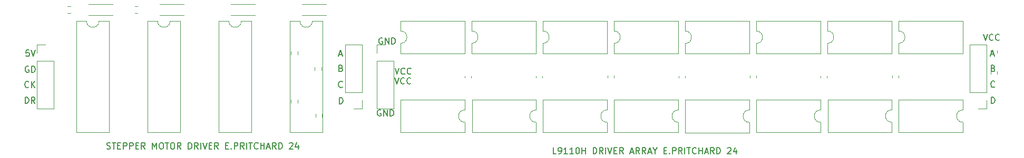
<source format=gbr>
%TF.GenerationSoftware,KiCad,Pcbnew,7.0.5*%
%TF.CreationDate,2024-09-18T03:37:09-04:00*%
%TF.ProjectId,stepper_motor_controller,73746570-7065-4725-9f6d-6f746f725f63,rev?*%
%TF.SameCoordinates,Original*%
%TF.FileFunction,Legend,Top*%
%TF.FilePolarity,Positive*%
%FSLAX46Y46*%
G04 Gerber Fmt 4.6, Leading zero omitted, Abs format (unit mm)*
G04 Created by KiCad (PCBNEW 7.0.5) date 2024-09-18 03:37:09*
%MOMM*%
%LPD*%
G01*
G04 APERTURE LIST*
%ADD10C,0.150000*%
%ADD11C,0.120000*%
G04 APERTURE END LIST*
D10*
X86613922Y-30659819D02*
X86947255Y-31659819D01*
X86947255Y-31659819D02*
X87280588Y-30659819D01*
X88185350Y-31564580D02*
X88137731Y-31612200D01*
X88137731Y-31612200D02*
X87994874Y-31659819D01*
X87994874Y-31659819D02*
X87899636Y-31659819D01*
X87899636Y-31659819D02*
X87756779Y-31612200D01*
X87756779Y-31612200D02*
X87661541Y-31516961D01*
X87661541Y-31516961D02*
X87613922Y-31421723D01*
X87613922Y-31421723D02*
X87566303Y-31231247D01*
X87566303Y-31231247D02*
X87566303Y-31088390D01*
X87566303Y-31088390D02*
X87613922Y-30897914D01*
X87613922Y-30897914D02*
X87661541Y-30802676D01*
X87661541Y-30802676D02*
X87756779Y-30707438D01*
X87756779Y-30707438D02*
X87899636Y-30659819D01*
X87899636Y-30659819D02*
X87994874Y-30659819D01*
X87994874Y-30659819D02*
X88137731Y-30707438D01*
X88137731Y-30707438D02*
X88185350Y-30755057D01*
X89185350Y-31564580D02*
X89137731Y-31612200D01*
X89137731Y-31612200D02*
X88994874Y-31659819D01*
X88994874Y-31659819D02*
X88899636Y-31659819D01*
X88899636Y-31659819D02*
X88756779Y-31612200D01*
X88756779Y-31612200D02*
X88661541Y-31516961D01*
X88661541Y-31516961D02*
X88613922Y-31421723D01*
X88613922Y-31421723D02*
X88566303Y-31231247D01*
X88566303Y-31231247D02*
X88566303Y-31088390D01*
X88566303Y-31088390D02*
X88613922Y-30897914D01*
X88613922Y-30897914D02*
X88661541Y-30802676D01*
X88661541Y-30802676D02*
X88756779Y-30707438D01*
X88756779Y-30707438D02*
X88899636Y-30659819D01*
X88899636Y-30659819D02*
X88994874Y-30659819D01*
X88994874Y-30659819D02*
X89137731Y-30707438D01*
X89137731Y-30707438D02*
X89185350Y-30755057D01*
X84371415Y-35871484D02*
X84276177Y-35823865D01*
X84276177Y-35823865D02*
X84133320Y-35823865D01*
X84133320Y-35823865D02*
X83990463Y-35871484D01*
X83990463Y-35871484D02*
X83895225Y-35966722D01*
X83895225Y-35966722D02*
X83847606Y-36061960D01*
X83847606Y-36061960D02*
X83799987Y-36252436D01*
X83799987Y-36252436D02*
X83799987Y-36395293D01*
X83799987Y-36395293D02*
X83847606Y-36585769D01*
X83847606Y-36585769D02*
X83895225Y-36681007D01*
X83895225Y-36681007D02*
X83990463Y-36776246D01*
X83990463Y-36776246D02*
X84133320Y-36823865D01*
X84133320Y-36823865D02*
X84228558Y-36823865D01*
X84228558Y-36823865D02*
X84371415Y-36776246D01*
X84371415Y-36776246D02*
X84419034Y-36728626D01*
X84419034Y-36728626D02*
X84419034Y-36395293D01*
X84419034Y-36395293D02*
X84228558Y-36395293D01*
X84847606Y-36823865D02*
X84847606Y-35823865D01*
X84847606Y-35823865D02*
X85419034Y-36823865D01*
X85419034Y-36823865D02*
X85419034Y-35823865D01*
X85895225Y-36823865D02*
X85895225Y-35823865D01*
X85895225Y-35823865D02*
X86133320Y-35823865D01*
X86133320Y-35823865D02*
X86276177Y-35871484D01*
X86276177Y-35871484D02*
X86371415Y-35966722D01*
X86371415Y-35966722D02*
X86419034Y-36061960D01*
X86419034Y-36061960D02*
X86466653Y-36252436D01*
X86466653Y-36252436D02*
X86466653Y-36395293D01*
X86466653Y-36395293D02*
X86419034Y-36585769D01*
X86419034Y-36585769D02*
X86371415Y-36681007D01*
X86371415Y-36681007D02*
X86276177Y-36776246D01*
X86276177Y-36776246D02*
X86133320Y-36823865D01*
X86133320Y-36823865D02*
X85895225Y-36823865D01*
X84620588Y-24267438D02*
X84525350Y-24219819D01*
X84525350Y-24219819D02*
X84382493Y-24219819D01*
X84382493Y-24219819D02*
X84239636Y-24267438D01*
X84239636Y-24267438D02*
X84144398Y-24362676D01*
X84144398Y-24362676D02*
X84096779Y-24457914D01*
X84096779Y-24457914D02*
X84049160Y-24648390D01*
X84049160Y-24648390D02*
X84049160Y-24791247D01*
X84049160Y-24791247D02*
X84096779Y-24981723D01*
X84096779Y-24981723D02*
X84144398Y-25076961D01*
X84144398Y-25076961D02*
X84239636Y-25172200D01*
X84239636Y-25172200D02*
X84382493Y-25219819D01*
X84382493Y-25219819D02*
X84477731Y-25219819D01*
X84477731Y-25219819D02*
X84620588Y-25172200D01*
X84620588Y-25172200D02*
X84668207Y-25124580D01*
X84668207Y-25124580D02*
X84668207Y-24791247D01*
X84668207Y-24791247D02*
X84477731Y-24791247D01*
X85096779Y-25219819D02*
X85096779Y-24219819D01*
X85096779Y-24219819D02*
X85668207Y-25219819D01*
X85668207Y-25219819D02*
X85668207Y-24219819D01*
X86144398Y-25219819D02*
X86144398Y-24219819D01*
X86144398Y-24219819D02*
X86382493Y-24219819D01*
X86382493Y-24219819D02*
X86525350Y-24267438D01*
X86525350Y-24267438D02*
X86620588Y-24362676D01*
X86620588Y-24362676D02*
X86668207Y-24457914D01*
X86668207Y-24457914D02*
X86715826Y-24648390D01*
X86715826Y-24648390D02*
X86715826Y-24791247D01*
X86715826Y-24791247D02*
X86668207Y-24981723D01*
X86668207Y-24981723D02*
X86620588Y-25076961D01*
X86620588Y-25076961D02*
X86525350Y-25172200D01*
X86525350Y-25172200D02*
X86382493Y-25219819D01*
X86382493Y-25219819D02*
X86144398Y-25219819D01*
X86665641Y-29098063D02*
X86998974Y-30098063D01*
X86998974Y-30098063D02*
X87332307Y-29098063D01*
X88237069Y-30002824D02*
X88189450Y-30050444D01*
X88189450Y-30050444D02*
X88046593Y-30098063D01*
X88046593Y-30098063D02*
X87951355Y-30098063D01*
X87951355Y-30098063D02*
X87808498Y-30050444D01*
X87808498Y-30050444D02*
X87713260Y-29955205D01*
X87713260Y-29955205D02*
X87665641Y-29859967D01*
X87665641Y-29859967D02*
X87618022Y-29669491D01*
X87618022Y-29669491D02*
X87618022Y-29526634D01*
X87618022Y-29526634D02*
X87665641Y-29336158D01*
X87665641Y-29336158D02*
X87713260Y-29240920D01*
X87713260Y-29240920D02*
X87808498Y-29145682D01*
X87808498Y-29145682D02*
X87951355Y-29098063D01*
X87951355Y-29098063D02*
X88046593Y-29098063D01*
X88046593Y-29098063D02*
X88189450Y-29145682D01*
X88189450Y-29145682D02*
X88237069Y-29193301D01*
X89237069Y-30002824D02*
X89189450Y-30050444D01*
X89189450Y-30050444D02*
X89046593Y-30098063D01*
X89046593Y-30098063D02*
X88951355Y-30098063D01*
X88951355Y-30098063D02*
X88808498Y-30050444D01*
X88808498Y-30050444D02*
X88713260Y-29955205D01*
X88713260Y-29955205D02*
X88665641Y-29859967D01*
X88665641Y-29859967D02*
X88618022Y-29669491D01*
X88618022Y-29669491D02*
X88618022Y-29526634D01*
X88618022Y-29526634D02*
X88665641Y-29336158D01*
X88665641Y-29336158D02*
X88713260Y-29240920D01*
X88713260Y-29240920D02*
X88808498Y-29145682D01*
X88808498Y-29145682D02*
X88951355Y-29098063D01*
X88951355Y-29098063D02*
X89046593Y-29098063D01*
X89046593Y-29098063D02*
X89189450Y-29145682D01*
X89189450Y-29145682D02*
X89237069Y-29193301D01*
X27257325Y-34801553D02*
X27257325Y-33801553D01*
X27257325Y-33801553D02*
X27495420Y-33801553D01*
X27495420Y-33801553D02*
X27638277Y-33849172D01*
X27638277Y-33849172D02*
X27733515Y-33944410D01*
X27733515Y-33944410D02*
X27781134Y-34039648D01*
X27781134Y-34039648D02*
X27828753Y-34230124D01*
X27828753Y-34230124D02*
X27828753Y-34372981D01*
X27828753Y-34372981D02*
X27781134Y-34563457D01*
X27781134Y-34563457D02*
X27733515Y-34658695D01*
X27733515Y-34658695D02*
X27638277Y-34753934D01*
X27638277Y-34753934D02*
X27495420Y-34801553D01*
X27495420Y-34801553D02*
X27257325Y-34801553D01*
X28828753Y-34801553D02*
X28495420Y-34325362D01*
X28257325Y-34801553D02*
X28257325Y-33801553D01*
X28257325Y-33801553D02*
X28638277Y-33801553D01*
X28638277Y-33801553D02*
X28733515Y-33849172D01*
X28733515Y-33849172D02*
X28781134Y-33896791D01*
X28781134Y-33896791D02*
X28828753Y-33992029D01*
X28828753Y-33992029D02*
X28828753Y-34134886D01*
X28828753Y-34134886D02*
X28781134Y-34230124D01*
X28781134Y-34230124D02*
X28733515Y-34277743D01*
X28733515Y-34277743D02*
X28638277Y-34325362D01*
X28638277Y-34325362D02*
X28257325Y-34325362D01*
X27816321Y-32145248D02*
X27768702Y-32192868D01*
X27768702Y-32192868D02*
X27625845Y-32240487D01*
X27625845Y-32240487D02*
X27530607Y-32240487D01*
X27530607Y-32240487D02*
X27387750Y-32192868D01*
X27387750Y-32192868D02*
X27292512Y-32097629D01*
X27292512Y-32097629D02*
X27244893Y-32002391D01*
X27244893Y-32002391D02*
X27197274Y-31811915D01*
X27197274Y-31811915D02*
X27197274Y-31669058D01*
X27197274Y-31669058D02*
X27244893Y-31478582D01*
X27244893Y-31478582D02*
X27292512Y-31383344D01*
X27292512Y-31383344D02*
X27387750Y-31288106D01*
X27387750Y-31288106D02*
X27530607Y-31240487D01*
X27530607Y-31240487D02*
X27625845Y-31240487D01*
X27625845Y-31240487D02*
X27768702Y-31288106D01*
X27768702Y-31288106D02*
X27816321Y-31335725D01*
X28244893Y-32240487D02*
X28244893Y-31240487D01*
X28816321Y-32240487D02*
X28387750Y-31669058D01*
X28816321Y-31240487D02*
X28244893Y-31811915D01*
X27797627Y-28829851D02*
X27702389Y-28782232D01*
X27702389Y-28782232D02*
X27559532Y-28782232D01*
X27559532Y-28782232D02*
X27416675Y-28829851D01*
X27416675Y-28829851D02*
X27321437Y-28925089D01*
X27321437Y-28925089D02*
X27273818Y-29020327D01*
X27273818Y-29020327D02*
X27226199Y-29210803D01*
X27226199Y-29210803D02*
X27226199Y-29353660D01*
X27226199Y-29353660D02*
X27273818Y-29544136D01*
X27273818Y-29544136D02*
X27321437Y-29639374D01*
X27321437Y-29639374D02*
X27416675Y-29734613D01*
X27416675Y-29734613D02*
X27559532Y-29782232D01*
X27559532Y-29782232D02*
X27654770Y-29782232D01*
X27654770Y-29782232D02*
X27797627Y-29734613D01*
X27797627Y-29734613D02*
X27845246Y-29686993D01*
X27845246Y-29686993D02*
X27845246Y-29353660D01*
X27845246Y-29353660D02*
X27654770Y-29353660D01*
X28273818Y-29782232D02*
X28273818Y-28782232D01*
X28273818Y-28782232D02*
X28511913Y-28782232D01*
X28511913Y-28782232D02*
X28654770Y-28829851D01*
X28654770Y-28829851D02*
X28750008Y-28925089D01*
X28750008Y-28925089D02*
X28797627Y-29020327D01*
X28797627Y-29020327D02*
X28845246Y-29210803D01*
X28845246Y-29210803D02*
X28845246Y-29353660D01*
X28845246Y-29353660D02*
X28797627Y-29544136D01*
X28797627Y-29544136D02*
X28750008Y-29639374D01*
X28750008Y-29639374D02*
X28654770Y-29734613D01*
X28654770Y-29734613D02*
X28511913Y-29782232D01*
X28511913Y-29782232D02*
X28273818Y-29782232D01*
X27874332Y-26208734D02*
X27398142Y-26208734D01*
X27398142Y-26208734D02*
X27350523Y-26684924D01*
X27350523Y-26684924D02*
X27398142Y-26637305D01*
X27398142Y-26637305D02*
X27493380Y-26589686D01*
X27493380Y-26589686D02*
X27731475Y-26589686D01*
X27731475Y-26589686D02*
X27826713Y-26637305D01*
X27826713Y-26637305D02*
X27874332Y-26684924D01*
X27874332Y-26684924D02*
X27921951Y-26780162D01*
X27921951Y-26780162D02*
X27921951Y-27018257D01*
X27921951Y-27018257D02*
X27874332Y-27113495D01*
X27874332Y-27113495D02*
X27826713Y-27161115D01*
X27826713Y-27161115D02*
X27731475Y-27208734D01*
X27731475Y-27208734D02*
X27493380Y-27208734D01*
X27493380Y-27208734D02*
X27398142Y-27161115D01*
X27398142Y-27161115D02*
X27350523Y-27113495D01*
X28207666Y-26208734D02*
X28540999Y-27208734D01*
X28540999Y-27208734D02*
X28874332Y-26208734D01*
X77714485Y-34847915D02*
X77714485Y-33847915D01*
X77714485Y-33847915D02*
X77952580Y-33847915D01*
X77952580Y-33847915D02*
X78095437Y-33895534D01*
X78095437Y-33895534D02*
X78190675Y-33990772D01*
X78190675Y-33990772D02*
X78238294Y-34086010D01*
X78238294Y-34086010D02*
X78285913Y-34276486D01*
X78285913Y-34276486D02*
X78285913Y-34419343D01*
X78285913Y-34419343D02*
X78238294Y-34609819D01*
X78238294Y-34609819D02*
X78190675Y-34705057D01*
X78190675Y-34705057D02*
X78095437Y-34800296D01*
X78095437Y-34800296D02*
X77952580Y-34847915D01*
X77952580Y-34847915D02*
X77714485Y-34847915D01*
X78207689Y-32139696D02*
X78160070Y-32187316D01*
X78160070Y-32187316D02*
X78017213Y-32234935D01*
X78017213Y-32234935D02*
X77921975Y-32234935D01*
X77921975Y-32234935D02*
X77779118Y-32187316D01*
X77779118Y-32187316D02*
X77683880Y-32092077D01*
X77683880Y-32092077D02*
X77636261Y-31996839D01*
X77636261Y-31996839D02*
X77588642Y-31806363D01*
X77588642Y-31806363D02*
X77588642Y-31663506D01*
X77588642Y-31663506D02*
X77636261Y-31473030D01*
X77636261Y-31473030D02*
X77683880Y-31377792D01*
X77683880Y-31377792D02*
X77779118Y-31282554D01*
X77779118Y-31282554D02*
X77921975Y-31234935D01*
X77921975Y-31234935D02*
X78017213Y-31234935D01*
X78017213Y-31234935D02*
X78160070Y-31282554D01*
X78160070Y-31282554D02*
X78207689Y-31330173D01*
X77982027Y-29100329D02*
X78124884Y-29147948D01*
X78124884Y-29147948D02*
X78172503Y-29195567D01*
X78172503Y-29195567D02*
X78220122Y-29290805D01*
X78220122Y-29290805D02*
X78220122Y-29433662D01*
X78220122Y-29433662D02*
X78172503Y-29528900D01*
X78172503Y-29528900D02*
X78124884Y-29576520D01*
X78124884Y-29576520D02*
X78029646Y-29624139D01*
X78029646Y-29624139D02*
X77648694Y-29624139D01*
X77648694Y-29624139D02*
X77648694Y-28624139D01*
X77648694Y-28624139D02*
X77982027Y-28624139D01*
X77982027Y-28624139D02*
X78077265Y-28671758D01*
X78077265Y-28671758D02*
X78124884Y-28719377D01*
X78124884Y-28719377D02*
X78172503Y-28814615D01*
X78172503Y-28814615D02*
X78172503Y-28909853D01*
X78172503Y-28909853D02*
X78124884Y-29005091D01*
X78124884Y-29005091D02*
X78077265Y-29052710D01*
X78077265Y-29052710D02*
X77982027Y-29100329D01*
X77982027Y-29100329D02*
X77648694Y-29100329D01*
X77675669Y-26901682D02*
X78151859Y-26901682D01*
X77580431Y-27187397D02*
X77913764Y-26187397D01*
X77913764Y-26187397D02*
X78247097Y-27187397D01*
X182458064Y-34799654D02*
X182458064Y-33799654D01*
X182458064Y-33799654D02*
X182696159Y-33799654D01*
X182696159Y-33799654D02*
X182839016Y-33847273D01*
X182839016Y-33847273D02*
X182934254Y-33942511D01*
X182934254Y-33942511D02*
X182981873Y-34037749D01*
X182981873Y-34037749D02*
X183029492Y-34228225D01*
X183029492Y-34228225D02*
X183029492Y-34371082D01*
X183029492Y-34371082D02*
X182981873Y-34561558D01*
X182981873Y-34561558D02*
X182934254Y-34656796D01*
X182934254Y-34656796D02*
X182839016Y-34752035D01*
X182839016Y-34752035D02*
X182696159Y-34799654D01*
X182696159Y-34799654D02*
X182458064Y-34799654D01*
X183004627Y-32106052D02*
X182957008Y-32153672D01*
X182957008Y-32153672D02*
X182814151Y-32201291D01*
X182814151Y-32201291D02*
X182718913Y-32201291D01*
X182718913Y-32201291D02*
X182576056Y-32153672D01*
X182576056Y-32153672D02*
X182480818Y-32058433D01*
X182480818Y-32058433D02*
X182433199Y-31963195D01*
X182433199Y-31963195D02*
X182385580Y-31772719D01*
X182385580Y-31772719D02*
X182385580Y-31629862D01*
X182385580Y-31629862D02*
X182433199Y-31439386D01*
X182433199Y-31439386D02*
X182480818Y-31344148D01*
X182480818Y-31344148D02*
X182576056Y-31248910D01*
X182576056Y-31248910D02*
X182718913Y-31201291D01*
X182718913Y-31201291D02*
X182814151Y-31201291D01*
X182814151Y-31201291D02*
X182957008Y-31248910D01*
X182957008Y-31248910D02*
X183004627Y-31296529D01*
X182756862Y-29136092D02*
X182899719Y-29183711D01*
X182899719Y-29183711D02*
X182947338Y-29231330D01*
X182947338Y-29231330D02*
X182994957Y-29326568D01*
X182994957Y-29326568D02*
X182994957Y-29469425D01*
X182994957Y-29469425D02*
X182947338Y-29564663D01*
X182947338Y-29564663D02*
X182899719Y-29612283D01*
X182899719Y-29612283D02*
X182804481Y-29659902D01*
X182804481Y-29659902D02*
X182423529Y-29659902D01*
X182423529Y-29659902D02*
X182423529Y-28659902D01*
X182423529Y-28659902D02*
X182756862Y-28659902D01*
X182756862Y-28659902D02*
X182852100Y-28707521D01*
X182852100Y-28707521D02*
X182899719Y-28755140D01*
X182899719Y-28755140D02*
X182947338Y-28850378D01*
X182947338Y-28850378D02*
X182947338Y-28945616D01*
X182947338Y-28945616D02*
X182899719Y-29040854D01*
X182899719Y-29040854D02*
X182852100Y-29088473D01*
X182852100Y-29088473D02*
X182756862Y-29136092D01*
X182756862Y-29136092D02*
X182423529Y-29136092D01*
X182408368Y-26886255D02*
X182884558Y-26886255D01*
X182313130Y-27171970D02*
X182646463Y-26171970D01*
X182646463Y-26171970D02*
X182979796Y-27171970D01*
X181168922Y-23634819D02*
X181502255Y-24634819D01*
X181502255Y-24634819D02*
X181835588Y-23634819D01*
X182740350Y-24539580D02*
X182692731Y-24587200D01*
X182692731Y-24587200D02*
X182549874Y-24634819D01*
X182549874Y-24634819D02*
X182454636Y-24634819D01*
X182454636Y-24634819D02*
X182311779Y-24587200D01*
X182311779Y-24587200D02*
X182216541Y-24491961D01*
X182216541Y-24491961D02*
X182168922Y-24396723D01*
X182168922Y-24396723D02*
X182121303Y-24206247D01*
X182121303Y-24206247D02*
X182121303Y-24063390D01*
X182121303Y-24063390D02*
X182168922Y-23872914D01*
X182168922Y-23872914D02*
X182216541Y-23777676D01*
X182216541Y-23777676D02*
X182311779Y-23682438D01*
X182311779Y-23682438D02*
X182454636Y-23634819D01*
X182454636Y-23634819D02*
X182549874Y-23634819D01*
X182549874Y-23634819D02*
X182692731Y-23682438D01*
X182692731Y-23682438D02*
X182740350Y-23730057D01*
X183740350Y-24539580D02*
X183692731Y-24587200D01*
X183692731Y-24587200D02*
X183549874Y-24634819D01*
X183549874Y-24634819D02*
X183454636Y-24634819D01*
X183454636Y-24634819D02*
X183311779Y-24587200D01*
X183311779Y-24587200D02*
X183216541Y-24491961D01*
X183216541Y-24491961D02*
X183168922Y-24396723D01*
X183168922Y-24396723D02*
X183121303Y-24206247D01*
X183121303Y-24206247D02*
X183121303Y-24063390D01*
X183121303Y-24063390D02*
X183168922Y-23872914D01*
X183168922Y-23872914D02*
X183216541Y-23777676D01*
X183216541Y-23777676D02*
X183311779Y-23682438D01*
X183311779Y-23682438D02*
X183454636Y-23634819D01*
X183454636Y-23634819D02*
X183549874Y-23634819D01*
X183549874Y-23634819D02*
X183692731Y-23682438D01*
X183692731Y-23682438D02*
X183740350Y-23730057D01*
X112561917Y-42926704D02*
X112085727Y-42926704D01*
X112085727Y-42926704D02*
X112085727Y-41926704D01*
X112942870Y-42926704D02*
X113133346Y-42926704D01*
X113133346Y-42926704D02*
X113228584Y-42879085D01*
X113228584Y-42879085D02*
X113276203Y-42831465D01*
X113276203Y-42831465D02*
X113371441Y-42688608D01*
X113371441Y-42688608D02*
X113419060Y-42498132D01*
X113419060Y-42498132D02*
X113419060Y-42117180D01*
X113419060Y-42117180D02*
X113371441Y-42021942D01*
X113371441Y-42021942D02*
X113323822Y-41974323D01*
X113323822Y-41974323D02*
X113228584Y-41926704D01*
X113228584Y-41926704D02*
X113038108Y-41926704D01*
X113038108Y-41926704D02*
X112942870Y-41974323D01*
X112942870Y-41974323D02*
X112895251Y-42021942D01*
X112895251Y-42021942D02*
X112847632Y-42117180D01*
X112847632Y-42117180D02*
X112847632Y-42355275D01*
X112847632Y-42355275D02*
X112895251Y-42450513D01*
X112895251Y-42450513D02*
X112942870Y-42498132D01*
X112942870Y-42498132D02*
X113038108Y-42545751D01*
X113038108Y-42545751D02*
X113228584Y-42545751D01*
X113228584Y-42545751D02*
X113323822Y-42498132D01*
X113323822Y-42498132D02*
X113371441Y-42450513D01*
X113371441Y-42450513D02*
X113419060Y-42355275D01*
X114371441Y-42926704D02*
X113800013Y-42926704D01*
X114085727Y-42926704D02*
X114085727Y-41926704D01*
X114085727Y-41926704D02*
X113990489Y-42069561D01*
X113990489Y-42069561D02*
X113895251Y-42164799D01*
X113895251Y-42164799D02*
X113800013Y-42212418D01*
X115323822Y-42926704D02*
X114752394Y-42926704D01*
X115038108Y-42926704D02*
X115038108Y-41926704D01*
X115038108Y-41926704D02*
X114942870Y-42069561D01*
X114942870Y-42069561D02*
X114847632Y-42164799D01*
X114847632Y-42164799D02*
X114752394Y-42212418D01*
X115942870Y-41926704D02*
X116038108Y-41926704D01*
X116038108Y-41926704D02*
X116133346Y-41974323D01*
X116133346Y-41974323D02*
X116180965Y-42021942D01*
X116180965Y-42021942D02*
X116228584Y-42117180D01*
X116228584Y-42117180D02*
X116276203Y-42307656D01*
X116276203Y-42307656D02*
X116276203Y-42545751D01*
X116276203Y-42545751D02*
X116228584Y-42736227D01*
X116228584Y-42736227D02*
X116180965Y-42831465D01*
X116180965Y-42831465D02*
X116133346Y-42879085D01*
X116133346Y-42879085D02*
X116038108Y-42926704D01*
X116038108Y-42926704D02*
X115942870Y-42926704D01*
X115942870Y-42926704D02*
X115847632Y-42879085D01*
X115847632Y-42879085D02*
X115800013Y-42831465D01*
X115800013Y-42831465D02*
X115752394Y-42736227D01*
X115752394Y-42736227D02*
X115704775Y-42545751D01*
X115704775Y-42545751D02*
X115704775Y-42307656D01*
X115704775Y-42307656D02*
X115752394Y-42117180D01*
X115752394Y-42117180D02*
X115800013Y-42021942D01*
X115800013Y-42021942D02*
X115847632Y-41974323D01*
X115847632Y-41974323D02*
X115942870Y-41926704D01*
X116704775Y-42926704D02*
X116704775Y-41926704D01*
X116704775Y-42402894D02*
X117276203Y-42402894D01*
X117276203Y-42926704D02*
X117276203Y-41926704D01*
X118514299Y-42926704D02*
X118514299Y-41926704D01*
X118514299Y-41926704D02*
X118752394Y-41926704D01*
X118752394Y-41926704D02*
X118895251Y-41974323D01*
X118895251Y-41974323D02*
X118990489Y-42069561D01*
X118990489Y-42069561D02*
X119038108Y-42164799D01*
X119038108Y-42164799D02*
X119085727Y-42355275D01*
X119085727Y-42355275D02*
X119085727Y-42498132D01*
X119085727Y-42498132D02*
X119038108Y-42688608D01*
X119038108Y-42688608D02*
X118990489Y-42783846D01*
X118990489Y-42783846D02*
X118895251Y-42879085D01*
X118895251Y-42879085D02*
X118752394Y-42926704D01*
X118752394Y-42926704D02*
X118514299Y-42926704D01*
X120085727Y-42926704D02*
X119752394Y-42450513D01*
X119514299Y-42926704D02*
X119514299Y-41926704D01*
X119514299Y-41926704D02*
X119895251Y-41926704D01*
X119895251Y-41926704D02*
X119990489Y-41974323D01*
X119990489Y-41974323D02*
X120038108Y-42021942D01*
X120038108Y-42021942D02*
X120085727Y-42117180D01*
X120085727Y-42117180D02*
X120085727Y-42260037D01*
X120085727Y-42260037D02*
X120038108Y-42355275D01*
X120038108Y-42355275D02*
X119990489Y-42402894D01*
X119990489Y-42402894D02*
X119895251Y-42450513D01*
X119895251Y-42450513D02*
X119514299Y-42450513D01*
X120514299Y-42926704D02*
X120514299Y-41926704D01*
X120847632Y-41926704D02*
X121180965Y-42926704D01*
X121180965Y-42926704D02*
X121514298Y-41926704D01*
X121847632Y-42402894D02*
X122180965Y-42402894D01*
X122323822Y-42926704D02*
X121847632Y-42926704D01*
X121847632Y-42926704D02*
X121847632Y-41926704D01*
X121847632Y-41926704D02*
X122323822Y-41926704D01*
X123323822Y-42926704D02*
X122990489Y-42450513D01*
X122752394Y-42926704D02*
X122752394Y-41926704D01*
X122752394Y-41926704D02*
X123133346Y-41926704D01*
X123133346Y-41926704D02*
X123228584Y-41974323D01*
X123228584Y-41974323D02*
X123276203Y-42021942D01*
X123276203Y-42021942D02*
X123323822Y-42117180D01*
X123323822Y-42117180D02*
X123323822Y-42260037D01*
X123323822Y-42260037D02*
X123276203Y-42355275D01*
X123276203Y-42355275D02*
X123228584Y-42402894D01*
X123228584Y-42402894D02*
X123133346Y-42450513D01*
X123133346Y-42450513D02*
X122752394Y-42450513D01*
X124466680Y-42640989D02*
X124942870Y-42640989D01*
X124371442Y-42926704D02*
X124704775Y-41926704D01*
X124704775Y-41926704D02*
X125038108Y-42926704D01*
X125942870Y-42926704D02*
X125609537Y-42450513D01*
X125371442Y-42926704D02*
X125371442Y-41926704D01*
X125371442Y-41926704D02*
X125752394Y-41926704D01*
X125752394Y-41926704D02*
X125847632Y-41974323D01*
X125847632Y-41974323D02*
X125895251Y-42021942D01*
X125895251Y-42021942D02*
X125942870Y-42117180D01*
X125942870Y-42117180D02*
X125942870Y-42260037D01*
X125942870Y-42260037D02*
X125895251Y-42355275D01*
X125895251Y-42355275D02*
X125847632Y-42402894D01*
X125847632Y-42402894D02*
X125752394Y-42450513D01*
X125752394Y-42450513D02*
X125371442Y-42450513D01*
X126942870Y-42926704D02*
X126609537Y-42450513D01*
X126371442Y-42926704D02*
X126371442Y-41926704D01*
X126371442Y-41926704D02*
X126752394Y-41926704D01*
X126752394Y-41926704D02*
X126847632Y-41974323D01*
X126847632Y-41974323D02*
X126895251Y-42021942D01*
X126895251Y-42021942D02*
X126942870Y-42117180D01*
X126942870Y-42117180D02*
X126942870Y-42260037D01*
X126942870Y-42260037D02*
X126895251Y-42355275D01*
X126895251Y-42355275D02*
X126847632Y-42402894D01*
X126847632Y-42402894D02*
X126752394Y-42450513D01*
X126752394Y-42450513D02*
X126371442Y-42450513D01*
X127323823Y-42640989D02*
X127800013Y-42640989D01*
X127228585Y-42926704D02*
X127561918Y-41926704D01*
X127561918Y-41926704D02*
X127895251Y-42926704D01*
X128419061Y-42450513D02*
X128419061Y-42926704D01*
X128085728Y-41926704D02*
X128419061Y-42450513D01*
X128419061Y-42450513D02*
X128752394Y-41926704D01*
X129847633Y-42402894D02*
X130180966Y-42402894D01*
X130323823Y-42926704D02*
X129847633Y-42926704D01*
X129847633Y-42926704D02*
X129847633Y-41926704D01*
X129847633Y-41926704D02*
X130323823Y-41926704D01*
X130752395Y-42831465D02*
X130800014Y-42879085D01*
X130800014Y-42879085D02*
X130752395Y-42926704D01*
X130752395Y-42926704D02*
X130704776Y-42879085D01*
X130704776Y-42879085D02*
X130752395Y-42831465D01*
X130752395Y-42831465D02*
X130752395Y-42926704D01*
X131228585Y-42926704D02*
X131228585Y-41926704D01*
X131228585Y-41926704D02*
X131609537Y-41926704D01*
X131609537Y-41926704D02*
X131704775Y-41974323D01*
X131704775Y-41974323D02*
X131752394Y-42021942D01*
X131752394Y-42021942D02*
X131800013Y-42117180D01*
X131800013Y-42117180D02*
X131800013Y-42260037D01*
X131800013Y-42260037D02*
X131752394Y-42355275D01*
X131752394Y-42355275D02*
X131704775Y-42402894D01*
X131704775Y-42402894D02*
X131609537Y-42450513D01*
X131609537Y-42450513D02*
X131228585Y-42450513D01*
X132800013Y-42926704D02*
X132466680Y-42450513D01*
X132228585Y-42926704D02*
X132228585Y-41926704D01*
X132228585Y-41926704D02*
X132609537Y-41926704D01*
X132609537Y-41926704D02*
X132704775Y-41974323D01*
X132704775Y-41974323D02*
X132752394Y-42021942D01*
X132752394Y-42021942D02*
X132800013Y-42117180D01*
X132800013Y-42117180D02*
X132800013Y-42260037D01*
X132800013Y-42260037D02*
X132752394Y-42355275D01*
X132752394Y-42355275D02*
X132704775Y-42402894D01*
X132704775Y-42402894D02*
X132609537Y-42450513D01*
X132609537Y-42450513D02*
X132228585Y-42450513D01*
X133228585Y-42926704D02*
X133228585Y-41926704D01*
X133561918Y-41926704D02*
X134133346Y-41926704D01*
X133847632Y-42926704D02*
X133847632Y-41926704D01*
X135038108Y-42831465D02*
X134990489Y-42879085D01*
X134990489Y-42879085D02*
X134847632Y-42926704D01*
X134847632Y-42926704D02*
X134752394Y-42926704D01*
X134752394Y-42926704D02*
X134609537Y-42879085D01*
X134609537Y-42879085D02*
X134514299Y-42783846D01*
X134514299Y-42783846D02*
X134466680Y-42688608D01*
X134466680Y-42688608D02*
X134419061Y-42498132D01*
X134419061Y-42498132D02*
X134419061Y-42355275D01*
X134419061Y-42355275D02*
X134466680Y-42164799D01*
X134466680Y-42164799D02*
X134514299Y-42069561D01*
X134514299Y-42069561D02*
X134609537Y-41974323D01*
X134609537Y-41974323D02*
X134752394Y-41926704D01*
X134752394Y-41926704D02*
X134847632Y-41926704D01*
X134847632Y-41926704D02*
X134990489Y-41974323D01*
X134990489Y-41974323D02*
X135038108Y-42021942D01*
X135466680Y-42926704D02*
X135466680Y-41926704D01*
X135466680Y-42402894D02*
X136038108Y-42402894D01*
X136038108Y-42926704D02*
X136038108Y-41926704D01*
X136466680Y-42640989D02*
X136942870Y-42640989D01*
X136371442Y-42926704D02*
X136704775Y-41926704D01*
X136704775Y-41926704D02*
X137038108Y-42926704D01*
X137942870Y-42926704D02*
X137609537Y-42450513D01*
X137371442Y-42926704D02*
X137371442Y-41926704D01*
X137371442Y-41926704D02*
X137752394Y-41926704D01*
X137752394Y-41926704D02*
X137847632Y-41974323D01*
X137847632Y-41974323D02*
X137895251Y-42021942D01*
X137895251Y-42021942D02*
X137942870Y-42117180D01*
X137942870Y-42117180D02*
X137942870Y-42260037D01*
X137942870Y-42260037D02*
X137895251Y-42355275D01*
X137895251Y-42355275D02*
X137847632Y-42402894D01*
X137847632Y-42402894D02*
X137752394Y-42450513D01*
X137752394Y-42450513D02*
X137371442Y-42450513D01*
X138371442Y-42926704D02*
X138371442Y-41926704D01*
X138371442Y-41926704D02*
X138609537Y-41926704D01*
X138609537Y-41926704D02*
X138752394Y-41974323D01*
X138752394Y-41974323D02*
X138847632Y-42069561D01*
X138847632Y-42069561D02*
X138895251Y-42164799D01*
X138895251Y-42164799D02*
X138942870Y-42355275D01*
X138942870Y-42355275D02*
X138942870Y-42498132D01*
X138942870Y-42498132D02*
X138895251Y-42688608D01*
X138895251Y-42688608D02*
X138847632Y-42783846D01*
X138847632Y-42783846D02*
X138752394Y-42879085D01*
X138752394Y-42879085D02*
X138609537Y-42926704D01*
X138609537Y-42926704D02*
X138371442Y-42926704D01*
X140085728Y-42021942D02*
X140133347Y-41974323D01*
X140133347Y-41974323D02*
X140228585Y-41926704D01*
X140228585Y-41926704D02*
X140466680Y-41926704D01*
X140466680Y-41926704D02*
X140561918Y-41974323D01*
X140561918Y-41974323D02*
X140609537Y-42021942D01*
X140609537Y-42021942D02*
X140657156Y-42117180D01*
X140657156Y-42117180D02*
X140657156Y-42212418D01*
X140657156Y-42212418D02*
X140609537Y-42355275D01*
X140609537Y-42355275D02*
X140038109Y-42926704D01*
X140038109Y-42926704D02*
X140657156Y-42926704D01*
X141514299Y-42260037D02*
X141514299Y-42926704D01*
X141276204Y-41879085D02*
X141038109Y-42593370D01*
X141038109Y-42593370D02*
X141657156Y-42593370D01*
X40364868Y-42094637D02*
X40507725Y-42142256D01*
X40507725Y-42142256D02*
X40745820Y-42142256D01*
X40745820Y-42142256D02*
X40841058Y-42094637D01*
X40841058Y-42094637D02*
X40888677Y-42047017D01*
X40888677Y-42047017D02*
X40936296Y-41951779D01*
X40936296Y-41951779D02*
X40936296Y-41856541D01*
X40936296Y-41856541D02*
X40888677Y-41761303D01*
X40888677Y-41761303D02*
X40841058Y-41713684D01*
X40841058Y-41713684D02*
X40745820Y-41666065D01*
X40745820Y-41666065D02*
X40555344Y-41618446D01*
X40555344Y-41618446D02*
X40460106Y-41570827D01*
X40460106Y-41570827D02*
X40412487Y-41523208D01*
X40412487Y-41523208D02*
X40364868Y-41427970D01*
X40364868Y-41427970D02*
X40364868Y-41332732D01*
X40364868Y-41332732D02*
X40412487Y-41237494D01*
X40412487Y-41237494D02*
X40460106Y-41189875D01*
X40460106Y-41189875D02*
X40555344Y-41142256D01*
X40555344Y-41142256D02*
X40793439Y-41142256D01*
X40793439Y-41142256D02*
X40936296Y-41189875D01*
X41222011Y-41142256D02*
X41793439Y-41142256D01*
X41507725Y-42142256D02*
X41507725Y-41142256D01*
X42126773Y-41618446D02*
X42460106Y-41618446D01*
X42602963Y-42142256D02*
X42126773Y-42142256D01*
X42126773Y-42142256D02*
X42126773Y-41142256D01*
X42126773Y-41142256D02*
X42602963Y-41142256D01*
X43031535Y-42142256D02*
X43031535Y-41142256D01*
X43031535Y-41142256D02*
X43412487Y-41142256D01*
X43412487Y-41142256D02*
X43507725Y-41189875D01*
X43507725Y-41189875D02*
X43555344Y-41237494D01*
X43555344Y-41237494D02*
X43602963Y-41332732D01*
X43602963Y-41332732D02*
X43602963Y-41475589D01*
X43602963Y-41475589D02*
X43555344Y-41570827D01*
X43555344Y-41570827D02*
X43507725Y-41618446D01*
X43507725Y-41618446D02*
X43412487Y-41666065D01*
X43412487Y-41666065D02*
X43031535Y-41666065D01*
X44031535Y-42142256D02*
X44031535Y-41142256D01*
X44031535Y-41142256D02*
X44412487Y-41142256D01*
X44412487Y-41142256D02*
X44507725Y-41189875D01*
X44507725Y-41189875D02*
X44555344Y-41237494D01*
X44555344Y-41237494D02*
X44602963Y-41332732D01*
X44602963Y-41332732D02*
X44602963Y-41475589D01*
X44602963Y-41475589D02*
X44555344Y-41570827D01*
X44555344Y-41570827D02*
X44507725Y-41618446D01*
X44507725Y-41618446D02*
X44412487Y-41666065D01*
X44412487Y-41666065D02*
X44031535Y-41666065D01*
X45031535Y-41618446D02*
X45364868Y-41618446D01*
X45507725Y-42142256D02*
X45031535Y-42142256D01*
X45031535Y-42142256D02*
X45031535Y-41142256D01*
X45031535Y-41142256D02*
X45507725Y-41142256D01*
X46507725Y-42142256D02*
X46174392Y-41666065D01*
X45936297Y-42142256D02*
X45936297Y-41142256D01*
X45936297Y-41142256D02*
X46317249Y-41142256D01*
X46317249Y-41142256D02*
X46412487Y-41189875D01*
X46412487Y-41189875D02*
X46460106Y-41237494D01*
X46460106Y-41237494D02*
X46507725Y-41332732D01*
X46507725Y-41332732D02*
X46507725Y-41475589D01*
X46507725Y-41475589D02*
X46460106Y-41570827D01*
X46460106Y-41570827D02*
X46412487Y-41618446D01*
X46412487Y-41618446D02*
X46317249Y-41666065D01*
X46317249Y-41666065D02*
X45936297Y-41666065D01*
X47698202Y-42142256D02*
X47698202Y-41142256D01*
X47698202Y-41142256D02*
X48031535Y-41856541D01*
X48031535Y-41856541D02*
X48364868Y-41142256D01*
X48364868Y-41142256D02*
X48364868Y-42142256D01*
X49031535Y-41142256D02*
X49222011Y-41142256D01*
X49222011Y-41142256D02*
X49317249Y-41189875D01*
X49317249Y-41189875D02*
X49412487Y-41285113D01*
X49412487Y-41285113D02*
X49460106Y-41475589D01*
X49460106Y-41475589D02*
X49460106Y-41808922D01*
X49460106Y-41808922D02*
X49412487Y-41999398D01*
X49412487Y-41999398D02*
X49317249Y-42094637D01*
X49317249Y-42094637D02*
X49222011Y-42142256D01*
X49222011Y-42142256D02*
X49031535Y-42142256D01*
X49031535Y-42142256D02*
X48936297Y-42094637D01*
X48936297Y-42094637D02*
X48841059Y-41999398D01*
X48841059Y-41999398D02*
X48793440Y-41808922D01*
X48793440Y-41808922D02*
X48793440Y-41475589D01*
X48793440Y-41475589D02*
X48841059Y-41285113D01*
X48841059Y-41285113D02*
X48936297Y-41189875D01*
X48936297Y-41189875D02*
X49031535Y-41142256D01*
X49745821Y-41142256D02*
X50317249Y-41142256D01*
X50031535Y-42142256D02*
X50031535Y-41142256D01*
X50841059Y-41142256D02*
X51031535Y-41142256D01*
X51031535Y-41142256D02*
X51126773Y-41189875D01*
X51126773Y-41189875D02*
X51222011Y-41285113D01*
X51222011Y-41285113D02*
X51269630Y-41475589D01*
X51269630Y-41475589D02*
X51269630Y-41808922D01*
X51269630Y-41808922D02*
X51222011Y-41999398D01*
X51222011Y-41999398D02*
X51126773Y-42094637D01*
X51126773Y-42094637D02*
X51031535Y-42142256D01*
X51031535Y-42142256D02*
X50841059Y-42142256D01*
X50841059Y-42142256D02*
X50745821Y-42094637D01*
X50745821Y-42094637D02*
X50650583Y-41999398D01*
X50650583Y-41999398D02*
X50602964Y-41808922D01*
X50602964Y-41808922D02*
X50602964Y-41475589D01*
X50602964Y-41475589D02*
X50650583Y-41285113D01*
X50650583Y-41285113D02*
X50745821Y-41189875D01*
X50745821Y-41189875D02*
X50841059Y-41142256D01*
X52269630Y-42142256D02*
X51936297Y-41666065D01*
X51698202Y-42142256D02*
X51698202Y-41142256D01*
X51698202Y-41142256D02*
X52079154Y-41142256D01*
X52079154Y-41142256D02*
X52174392Y-41189875D01*
X52174392Y-41189875D02*
X52222011Y-41237494D01*
X52222011Y-41237494D02*
X52269630Y-41332732D01*
X52269630Y-41332732D02*
X52269630Y-41475589D01*
X52269630Y-41475589D02*
X52222011Y-41570827D01*
X52222011Y-41570827D02*
X52174392Y-41618446D01*
X52174392Y-41618446D02*
X52079154Y-41666065D01*
X52079154Y-41666065D02*
X51698202Y-41666065D01*
X53460107Y-42142256D02*
X53460107Y-41142256D01*
X53460107Y-41142256D02*
X53698202Y-41142256D01*
X53698202Y-41142256D02*
X53841059Y-41189875D01*
X53841059Y-41189875D02*
X53936297Y-41285113D01*
X53936297Y-41285113D02*
X53983916Y-41380351D01*
X53983916Y-41380351D02*
X54031535Y-41570827D01*
X54031535Y-41570827D02*
X54031535Y-41713684D01*
X54031535Y-41713684D02*
X53983916Y-41904160D01*
X53983916Y-41904160D02*
X53936297Y-41999398D01*
X53936297Y-41999398D02*
X53841059Y-42094637D01*
X53841059Y-42094637D02*
X53698202Y-42142256D01*
X53698202Y-42142256D02*
X53460107Y-42142256D01*
X55031535Y-42142256D02*
X54698202Y-41666065D01*
X54460107Y-42142256D02*
X54460107Y-41142256D01*
X54460107Y-41142256D02*
X54841059Y-41142256D01*
X54841059Y-41142256D02*
X54936297Y-41189875D01*
X54936297Y-41189875D02*
X54983916Y-41237494D01*
X54983916Y-41237494D02*
X55031535Y-41332732D01*
X55031535Y-41332732D02*
X55031535Y-41475589D01*
X55031535Y-41475589D02*
X54983916Y-41570827D01*
X54983916Y-41570827D02*
X54936297Y-41618446D01*
X54936297Y-41618446D02*
X54841059Y-41666065D01*
X54841059Y-41666065D02*
X54460107Y-41666065D01*
X55460107Y-42142256D02*
X55460107Y-41142256D01*
X55793440Y-41142256D02*
X56126773Y-42142256D01*
X56126773Y-42142256D02*
X56460106Y-41142256D01*
X56793440Y-41618446D02*
X57126773Y-41618446D01*
X57269630Y-42142256D02*
X56793440Y-42142256D01*
X56793440Y-42142256D02*
X56793440Y-41142256D01*
X56793440Y-41142256D02*
X57269630Y-41142256D01*
X58269630Y-42142256D02*
X57936297Y-41666065D01*
X57698202Y-42142256D02*
X57698202Y-41142256D01*
X57698202Y-41142256D02*
X58079154Y-41142256D01*
X58079154Y-41142256D02*
X58174392Y-41189875D01*
X58174392Y-41189875D02*
X58222011Y-41237494D01*
X58222011Y-41237494D02*
X58269630Y-41332732D01*
X58269630Y-41332732D02*
X58269630Y-41475589D01*
X58269630Y-41475589D02*
X58222011Y-41570827D01*
X58222011Y-41570827D02*
X58174392Y-41618446D01*
X58174392Y-41618446D02*
X58079154Y-41666065D01*
X58079154Y-41666065D02*
X57698202Y-41666065D01*
X59460107Y-41618446D02*
X59793440Y-41618446D01*
X59936297Y-42142256D02*
X59460107Y-42142256D01*
X59460107Y-42142256D02*
X59460107Y-41142256D01*
X59460107Y-41142256D02*
X59936297Y-41142256D01*
X60364869Y-42047017D02*
X60412488Y-42094637D01*
X60412488Y-42094637D02*
X60364869Y-42142256D01*
X60364869Y-42142256D02*
X60317250Y-42094637D01*
X60317250Y-42094637D02*
X60364869Y-42047017D01*
X60364869Y-42047017D02*
X60364869Y-42142256D01*
X60841059Y-42142256D02*
X60841059Y-41142256D01*
X60841059Y-41142256D02*
X61222011Y-41142256D01*
X61222011Y-41142256D02*
X61317249Y-41189875D01*
X61317249Y-41189875D02*
X61364868Y-41237494D01*
X61364868Y-41237494D02*
X61412487Y-41332732D01*
X61412487Y-41332732D02*
X61412487Y-41475589D01*
X61412487Y-41475589D02*
X61364868Y-41570827D01*
X61364868Y-41570827D02*
X61317249Y-41618446D01*
X61317249Y-41618446D02*
X61222011Y-41666065D01*
X61222011Y-41666065D02*
X60841059Y-41666065D01*
X62412487Y-42142256D02*
X62079154Y-41666065D01*
X61841059Y-42142256D02*
X61841059Y-41142256D01*
X61841059Y-41142256D02*
X62222011Y-41142256D01*
X62222011Y-41142256D02*
X62317249Y-41189875D01*
X62317249Y-41189875D02*
X62364868Y-41237494D01*
X62364868Y-41237494D02*
X62412487Y-41332732D01*
X62412487Y-41332732D02*
X62412487Y-41475589D01*
X62412487Y-41475589D02*
X62364868Y-41570827D01*
X62364868Y-41570827D02*
X62317249Y-41618446D01*
X62317249Y-41618446D02*
X62222011Y-41666065D01*
X62222011Y-41666065D02*
X61841059Y-41666065D01*
X62841059Y-42142256D02*
X62841059Y-41142256D01*
X63174392Y-41142256D02*
X63745820Y-41142256D01*
X63460106Y-42142256D02*
X63460106Y-41142256D01*
X64650582Y-42047017D02*
X64602963Y-42094637D01*
X64602963Y-42094637D02*
X64460106Y-42142256D01*
X64460106Y-42142256D02*
X64364868Y-42142256D01*
X64364868Y-42142256D02*
X64222011Y-42094637D01*
X64222011Y-42094637D02*
X64126773Y-41999398D01*
X64126773Y-41999398D02*
X64079154Y-41904160D01*
X64079154Y-41904160D02*
X64031535Y-41713684D01*
X64031535Y-41713684D02*
X64031535Y-41570827D01*
X64031535Y-41570827D02*
X64079154Y-41380351D01*
X64079154Y-41380351D02*
X64126773Y-41285113D01*
X64126773Y-41285113D02*
X64222011Y-41189875D01*
X64222011Y-41189875D02*
X64364868Y-41142256D01*
X64364868Y-41142256D02*
X64460106Y-41142256D01*
X64460106Y-41142256D02*
X64602963Y-41189875D01*
X64602963Y-41189875D02*
X64650582Y-41237494D01*
X65079154Y-42142256D02*
X65079154Y-41142256D01*
X65079154Y-41618446D02*
X65650582Y-41618446D01*
X65650582Y-42142256D02*
X65650582Y-41142256D01*
X66079154Y-41856541D02*
X66555344Y-41856541D01*
X65983916Y-42142256D02*
X66317249Y-41142256D01*
X66317249Y-41142256D02*
X66650582Y-42142256D01*
X67555344Y-42142256D02*
X67222011Y-41666065D01*
X66983916Y-42142256D02*
X66983916Y-41142256D01*
X66983916Y-41142256D02*
X67364868Y-41142256D01*
X67364868Y-41142256D02*
X67460106Y-41189875D01*
X67460106Y-41189875D02*
X67507725Y-41237494D01*
X67507725Y-41237494D02*
X67555344Y-41332732D01*
X67555344Y-41332732D02*
X67555344Y-41475589D01*
X67555344Y-41475589D02*
X67507725Y-41570827D01*
X67507725Y-41570827D02*
X67460106Y-41618446D01*
X67460106Y-41618446D02*
X67364868Y-41666065D01*
X67364868Y-41666065D02*
X66983916Y-41666065D01*
X67983916Y-42142256D02*
X67983916Y-41142256D01*
X67983916Y-41142256D02*
X68222011Y-41142256D01*
X68222011Y-41142256D02*
X68364868Y-41189875D01*
X68364868Y-41189875D02*
X68460106Y-41285113D01*
X68460106Y-41285113D02*
X68507725Y-41380351D01*
X68507725Y-41380351D02*
X68555344Y-41570827D01*
X68555344Y-41570827D02*
X68555344Y-41713684D01*
X68555344Y-41713684D02*
X68507725Y-41904160D01*
X68507725Y-41904160D02*
X68460106Y-41999398D01*
X68460106Y-41999398D02*
X68364868Y-42094637D01*
X68364868Y-42094637D02*
X68222011Y-42142256D01*
X68222011Y-42142256D02*
X67983916Y-42142256D01*
X69698202Y-41237494D02*
X69745821Y-41189875D01*
X69745821Y-41189875D02*
X69841059Y-41142256D01*
X69841059Y-41142256D02*
X70079154Y-41142256D01*
X70079154Y-41142256D02*
X70174392Y-41189875D01*
X70174392Y-41189875D02*
X70222011Y-41237494D01*
X70222011Y-41237494D02*
X70269630Y-41332732D01*
X70269630Y-41332732D02*
X70269630Y-41427970D01*
X70269630Y-41427970D02*
X70222011Y-41570827D01*
X70222011Y-41570827D02*
X69650583Y-42142256D01*
X69650583Y-42142256D02*
X70269630Y-42142256D01*
X71126773Y-41475589D02*
X71126773Y-42142256D01*
X70888678Y-41094637D02*
X70650583Y-41808922D01*
X70650583Y-41808922D02*
X71269630Y-41808922D01*
D11*
%TO.C,R7*%
X73894060Y-36517518D02*
X73894060Y-36992034D01*
X74939060Y-36517518D02*
X74939060Y-36992034D01*
%TO.C,R6*%
X69962500Y-34242742D02*
X69962500Y-34717258D01*
X71007500Y-34242742D02*
X71007500Y-34717258D01*
%TO.C,R4*%
X73772500Y-28972742D02*
X73772500Y-29447258D01*
X74817500Y-28972742D02*
X74817500Y-29447258D01*
%TO.C,R3*%
X69962500Y-26432742D02*
X69962500Y-26907258D01*
X71007500Y-26432742D02*
X71007500Y-26907258D01*
%TO.C,R14*%
X37450000Y-18765000D02*
X41290000Y-18765000D01*
X37450000Y-20605000D02*
X41290000Y-20605000D01*
%TO.C,R11*%
X48880000Y-20605000D02*
X52720000Y-20605000D01*
X48880000Y-18765000D02*
X52720000Y-18765000D01*
%TO.C,R8*%
X60310000Y-20605000D02*
X64150000Y-20605000D01*
X60310000Y-18765000D02*
X64150000Y-18765000D01*
%TO.C,R5*%
X71740000Y-20605000D02*
X75580000Y-20605000D01*
X71740000Y-18765000D02*
X75580000Y-18765000D01*
%TO.C,C8*%
X167529722Y-30628171D02*
X167529722Y-30347011D01*
X166509722Y-30628171D02*
X166509722Y-30347011D01*
%TO.C,C7*%
X156062681Y-30664950D02*
X156062681Y-30383790D01*
X155042681Y-30664950D02*
X155042681Y-30383790D01*
%TO.C,C6*%
X144721805Y-30620580D02*
X144721805Y-30339420D01*
X143701805Y-30620580D02*
X143701805Y-30339420D01*
%TO.C,C5*%
X133247435Y-30657237D02*
X133247435Y-30376077D01*
X132227435Y-30657237D02*
X132227435Y-30376077D01*
%TO.C,C3*%
X121806818Y-30620580D02*
X121806818Y-30339420D01*
X120786818Y-30620580D02*
X120786818Y-30339420D01*
%TO.C,C2*%
X110312667Y-30663997D02*
X110312667Y-30382837D01*
X109292667Y-30663997D02*
X109292667Y-30382837D01*
%TO.C,C1*%
X98931393Y-30662545D02*
X98931393Y-30381385D01*
X97911393Y-30662545D02*
X97911393Y-30381385D01*
%TO.C,U3*%
X35460000Y-21525000D02*
X35460000Y-39425000D01*
X40760000Y-21525000D02*
X39110000Y-21525000D01*
X35460000Y-39425000D02*
X40760000Y-39425000D01*
X40760000Y-39425000D02*
X40760000Y-21525000D01*
X37110000Y-21525000D02*
X35460000Y-21525000D01*
X37110000Y-21525000D02*
G75*
G03*
X39110000Y-21525000I1000000J0D01*
G01*
%TO.C,U2*%
X46880000Y-21530000D02*
X46880000Y-39430000D01*
X52180000Y-21530000D02*
X50530000Y-21530000D01*
X46880000Y-39430000D02*
X52180000Y-39430000D01*
X52180000Y-39430000D02*
X52180000Y-21530000D01*
X48530000Y-21530000D02*
X46880000Y-21530000D01*
X48530000Y-21530000D02*
G75*
G03*
X50530000Y-21530000I1000000J0D01*
G01*
%TO.C,U20*%
X69740000Y-21530000D02*
X69740000Y-39430000D01*
X75040000Y-21530000D02*
X73390000Y-21530000D01*
X69740000Y-39430000D02*
X75040000Y-39430000D01*
X75040000Y-39430000D02*
X75040000Y-21530000D01*
X71390000Y-21530000D02*
X69740000Y-21530000D01*
X71390000Y-21530000D02*
G75*
G03*
X73390000Y-21530000I1000000J0D01*
G01*
%TO.C,J3*%
X83760000Y-25350000D02*
X85090000Y-25350000D01*
X83760000Y-26680000D02*
X83760000Y-25350000D01*
X83760000Y-27950000D02*
X83760000Y-35630000D01*
X83760000Y-27950000D02*
X86420000Y-27950000D01*
X83760000Y-35630000D02*
X86420000Y-35630000D01*
X86420000Y-27950000D02*
X86420000Y-35630000D01*
%TO.C,U7*%
X109310000Y-34200000D02*
X99030000Y-34200000D01*
X99030000Y-34200000D02*
X99030000Y-39500000D01*
X109310000Y-35850000D02*
X109310000Y-34200000D01*
X109310000Y-39500000D02*
X109310000Y-37850000D01*
X99030000Y-39500000D02*
X109310000Y-39500000D01*
X109310000Y-35850000D02*
G75*
G03*
X109310000Y-37850000I0J-1000000D01*
G01*
%TO.C,D2*%
X183402500Y-26242742D02*
X183402500Y-26717258D01*
X182357500Y-26242742D02*
X182357500Y-26717258D01*
%TO.C,U13*%
X143580000Y-34210000D02*
X133300000Y-34210000D01*
X133300000Y-34210000D02*
X133300000Y-39510000D01*
X143580000Y-35860000D02*
X143580000Y-34210000D01*
X143580000Y-39510000D02*
X143580000Y-37860000D01*
X133300000Y-39510000D02*
X143580000Y-39510000D01*
X143580000Y-35860000D02*
G75*
G03*
X143580000Y-37860000I0J-1000000D01*
G01*
%TO.C,U15*%
X155020000Y-34200000D02*
X144740000Y-34200000D01*
X144740000Y-34200000D02*
X144740000Y-39500000D01*
X155020000Y-35850000D02*
X155020000Y-34200000D01*
X155020000Y-39500000D02*
X155020000Y-37850000D01*
X144740000Y-39500000D02*
X155020000Y-39500000D01*
X155020000Y-35850000D02*
G75*
G03*
X155020000Y-37850000I0J-1000000D01*
G01*
%TO.C,J1*%
X29150000Y-25350000D02*
X30480000Y-25350000D01*
X29150000Y-26680000D02*
X29150000Y-25350000D01*
X29150000Y-27950000D02*
X29150000Y-35630000D01*
X29150000Y-27950000D02*
X31810000Y-27950000D01*
X29150000Y-35630000D02*
X31810000Y-35630000D01*
X31810000Y-27950000D02*
X31810000Y-35630000D01*
%TO.C,R2*%
X182357500Y-30082258D02*
X182357500Y-29607742D01*
X183402500Y-30082258D02*
X183402500Y-29607742D01*
%TO.C,U5*%
X87580000Y-26770000D02*
X97860000Y-26770000D01*
X97860000Y-26770000D02*
X97860000Y-21470000D01*
X87580000Y-25120000D02*
X87580000Y-26770000D01*
X87580000Y-21470000D02*
X87580000Y-23120000D01*
X97860000Y-21470000D02*
X87580000Y-21470000D01*
X87580000Y-25120000D02*
G75*
G03*
X87580000Y-23120000I0J1000000D01*
G01*
%TO.C,J2*%
X181670000Y-35610000D02*
X180340000Y-35610000D01*
X181670000Y-34280000D02*
X181670000Y-35610000D01*
X181670000Y-33010000D02*
X181670000Y-25330000D01*
X181670000Y-33010000D02*
X179010000Y-33010000D01*
X181670000Y-25330000D02*
X179010000Y-25330000D01*
X179010000Y-33010000D02*
X179010000Y-25330000D01*
%TO.C,U18*%
X167590000Y-26770000D02*
X177870000Y-26770000D01*
X177870000Y-26770000D02*
X177870000Y-21470000D01*
X167590000Y-25120000D02*
X167590000Y-26770000D01*
X167590000Y-21470000D02*
X167590000Y-23120000D01*
X177870000Y-21470000D02*
X167590000Y-21470000D01*
X167590000Y-25120000D02*
G75*
G03*
X167590000Y-23120000I0J1000000D01*
G01*
%TO.C,U8*%
X110430000Y-26770000D02*
X120710000Y-26770000D01*
X120710000Y-26770000D02*
X120710000Y-21470000D01*
X110430000Y-25120000D02*
X110430000Y-26770000D01*
X110430000Y-21470000D02*
X110430000Y-23120000D01*
X120710000Y-21470000D02*
X110430000Y-21470000D01*
X110430000Y-25120000D02*
G75*
G03*
X110430000Y-23120000I0J1000000D01*
G01*
%TO.C,R1*%
X34052742Y-19162500D02*
X34527258Y-19162500D01*
X34052742Y-20207500D02*
X34527258Y-20207500D01*
%TO.C,U11*%
X132160000Y-34200000D02*
X121880000Y-34200000D01*
X121880000Y-34200000D02*
X121880000Y-39500000D01*
X132160000Y-35850000D02*
X132160000Y-34200000D01*
X132160000Y-39500000D02*
X132160000Y-37850000D01*
X121880000Y-39500000D02*
X132160000Y-39500000D01*
X132160000Y-35850000D02*
G75*
G03*
X132160000Y-37850000I0J-1000000D01*
G01*
%TO.C,U12*%
X133290000Y-26780000D02*
X143570000Y-26780000D01*
X143570000Y-26780000D02*
X143570000Y-21480000D01*
X133290000Y-25130000D02*
X133290000Y-26780000D01*
X133290000Y-21480000D02*
X133290000Y-23130000D01*
X143570000Y-21480000D02*
X133290000Y-21480000D01*
X133290000Y-25130000D02*
G75*
G03*
X133290000Y-23130000I0J1000000D01*
G01*
%TO.C,U19*%
X177880000Y-34200000D02*
X167600000Y-34200000D01*
X167600000Y-34200000D02*
X167600000Y-39500000D01*
X177880000Y-35850000D02*
X177880000Y-34200000D01*
X177880000Y-39500000D02*
X177880000Y-37850000D01*
X167600000Y-39500000D02*
X177880000Y-39500000D01*
X177880000Y-35850000D02*
G75*
G03*
X177880000Y-37850000I0J-1000000D01*
G01*
%TO.C,U9*%
X120720000Y-34200000D02*
X110440000Y-34200000D01*
X110440000Y-34200000D02*
X110440000Y-39500000D01*
X120720000Y-35850000D02*
X120720000Y-34200000D01*
X120720000Y-39500000D02*
X120720000Y-37850000D01*
X110440000Y-39500000D02*
X120720000Y-39500000D01*
X120720000Y-35850000D02*
G75*
G03*
X120720000Y-37850000I0J-1000000D01*
G01*
%TO.C,U4*%
X97870000Y-34200000D02*
X87590000Y-34200000D01*
X87590000Y-34200000D02*
X87590000Y-39500000D01*
X97870000Y-35850000D02*
X97870000Y-34200000D01*
X97870000Y-39500000D02*
X97870000Y-37850000D01*
X87590000Y-39500000D02*
X97870000Y-39500000D01*
X97870000Y-35850000D02*
G75*
G03*
X97870000Y-37850000I0J-1000000D01*
G01*
%TO.C,U1*%
X58320000Y-21525000D02*
X58320000Y-39425000D01*
X58320000Y-39425000D02*
X63620000Y-39425000D01*
X59970000Y-21525000D02*
X58320000Y-21525000D01*
X63620000Y-21525000D02*
X61970000Y-21525000D01*
X63620000Y-39425000D02*
X63620000Y-21525000D01*
X59970000Y-21525000D02*
G75*
G03*
X61970000Y-21525000I1000000J0D01*
G01*
%TO.C,U14*%
X144710000Y-26780000D02*
X154990000Y-26780000D01*
X154990000Y-26780000D02*
X154990000Y-21480000D01*
X144710000Y-25130000D02*
X144710000Y-26780000D01*
X144710000Y-21480000D02*
X144710000Y-23130000D01*
X154990000Y-21480000D02*
X144710000Y-21480000D01*
X144710000Y-25130000D02*
G75*
G03*
X144710000Y-23130000I0J1000000D01*
G01*
%TO.C,D1*%
X45322258Y-20207500D02*
X44847742Y-20207500D01*
X45322258Y-19162500D02*
X44847742Y-19162500D01*
%TO.C,U10*%
X121850000Y-26770000D02*
X132130000Y-26770000D01*
X132130000Y-26770000D02*
X132130000Y-21470000D01*
X121850000Y-25120000D02*
X121850000Y-26770000D01*
X121850000Y-21470000D02*
X121850000Y-23120000D01*
X132130000Y-21470000D02*
X121850000Y-21470000D01*
X121850000Y-25120000D02*
G75*
G03*
X121850000Y-23120000I0J1000000D01*
G01*
%TO.C,U16*%
X156150000Y-26770000D02*
X166430000Y-26770000D01*
X166430000Y-26770000D02*
X166430000Y-21470000D01*
X156150000Y-25120000D02*
X156150000Y-26770000D01*
X156150000Y-21470000D02*
X156150000Y-23120000D01*
X166430000Y-21470000D02*
X156150000Y-21470000D01*
X156150000Y-25120000D02*
G75*
G03*
X156150000Y-23120000I0J1000000D01*
G01*
%TO.C,U17*%
X166460000Y-34190000D02*
X156180000Y-34190000D01*
X156180000Y-34190000D02*
X156180000Y-39490000D01*
X166460000Y-35840000D02*
X166460000Y-34190000D01*
X166460000Y-39490000D02*
X166460000Y-37840000D01*
X156180000Y-39490000D02*
X166460000Y-39490000D01*
X166460000Y-35840000D02*
G75*
G03*
X166460000Y-37840000I0J-1000000D01*
G01*
%TO.C,U6*%
X99000000Y-26770000D02*
X109280000Y-26770000D01*
X109280000Y-26770000D02*
X109280000Y-21470000D01*
X99000000Y-25120000D02*
X99000000Y-26770000D01*
X99000000Y-21470000D02*
X99000000Y-23120000D01*
X109280000Y-21470000D02*
X99000000Y-21470000D01*
X99000000Y-25120000D02*
G75*
G03*
X99000000Y-23120000I0J1000000D01*
G01*
%TO.C,J4*%
X81340000Y-35610000D02*
X80010000Y-35610000D01*
X81340000Y-34280000D02*
X81340000Y-35610000D01*
X81340000Y-33010000D02*
X81340000Y-25330000D01*
X81340000Y-33010000D02*
X78680000Y-33010000D01*
X81340000Y-25330000D02*
X78680000Y-25330000D01*
X78680000Y-33010000D02*
X78680000Y-25330000D01*
%TD*%
M02*

</source>
